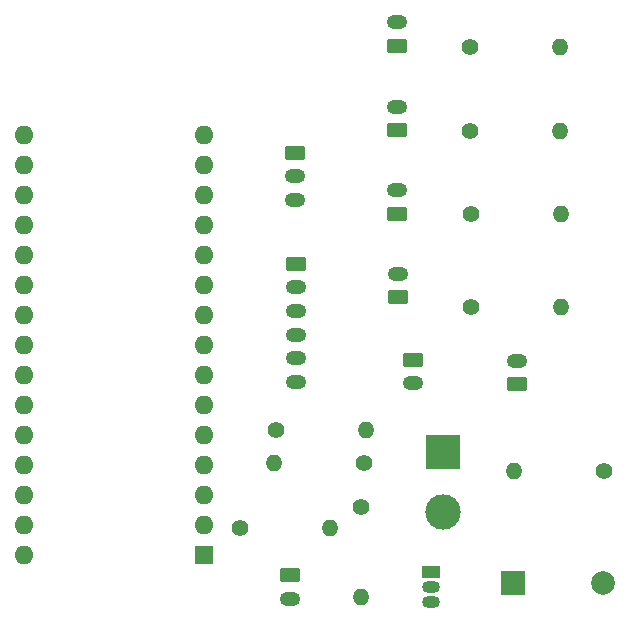
<source format=gbr>
%TF.GenerationSoftware,KiCad,Pcbnew,7.0.10*%
%TF.CreationDate,2024-06-28T17:48:14-04:00*%
%TF.ProjectId,LaserTank,4c617365-7254-4616-9e6b-2e6b69636164,rev?*%
%TF.SameCoordinates,Original*%
%TF.FileFunction,Soldermask,Top*%
%TF.FilePolarity,Negative*%
%FSLAX46Y46*%
G04 Gerber Fmt 4.6, Leading zero omitted, Abs format (unit mm)*
G04 Created by KiCad (PCBNEW 7.0.10) date 2024-06-28 17:48:14*
%MOMM*%
%LPD*%
G01*
G04 APERTURE LIST*
G04 Aperture macros list*
%AMRoundRect*
0 Rectangle with rounded corners*
0 $1 Rounding radius*
0 $2 $3 $4 $5 $6 $7 $8 $9 X,Y pos of 4 corners*
0 Add a 4 corners polygon primitive as box body*
4,1,4,$2,$3,$4,$5,$6,$7,$8,$9,$2,$3,0*
0 Add four circle primitives for the rounded corners*
1,1,$1+$1,$2,$3*
1,1,$1+$1,$4,$5*
1,1,$1+$1,$6,$7*
1,1,$1+$1,$8,$9*
0 Add four rect primitives between the rounded corners*
20,1,$1+$1,$2,$3,$4,$5,0*
20,1,$1+$1,$4,$5,$6,$7,0*
20,1,$1+$1,$6,$7,$8,$9,0*
20,1,$1+$1,$8,$9,$2,$3,0*%
G04 Aperture macros list end*
%ADD10O,1.750000X1.200000*%
%ADD11RoundRect,0.250000X0.625000X-0.350000X0.625000X0.350000X-0.625000X0.350000X-0.625000X-0.350000X0*%
%ADD12C,3.000000*%
%ADD13R,3.000000X3.000000*%
%ADD14O,1.500000X1.050000*%
%ADD15R,1.500000X1.050000*%
%ADD16C,1.400000*%
%ADD17O,1.400000X1.400000*%
%ADD18RoundRect,0.250000X-0.625000X0.350000X-0.625000X-0.350000X0.625000X-0.350000X0.625000X0.350000X0*%
%ADD19R,2.000000X2.000000*%
%ADD20C,2.000000*%
%ADD21R,1.600000X1.600000*%
%ADD22O,1.600000X1.600000*%
G04 APERTURE END LIST*
D10*
%TO.C,J1*%
X139120000Y-100300000D03*
D11*
X139120000Y-102300000D03*
%TD*%
D12*
%TO.C,J11*%
X142930000Y-120430000D03*
D13*
X142930000Y-115350000D03*
%TD*%
D11*
%TO.C,J17*%
X149230000Y-109640000D03*
D10*
X149230000Y-107640000D03*
%TD*%
D14*
%TO.C,Q1*%
X141990000Y-128080000D03*
X141990000Y-126810000D03*
D15*
X141990000Y-125540000D03*
%TD*%
D16*
%TO.C,R5*%
X145340000Y-103140000D03*
D17*
X152960000Y-103140000D03*
%TD*%
D16*
%TO.C,R1*%
X125800000Y-121820000D03*
D17*
X133420000Y-121820000D03*
%TD*%
D10*
%TO.C,J9*%
X130010000Y-127810000D03*
D18*
X130010000Y-125810000D03*
%TD*%
D10*
%TO.C,J13*%
X140400000Y-109580000D03*
D18*
X140400000Y-107580000D03*
%TD*%
%TO.C,J15*%
X130500000Y-99440000D03*
D10*
X130500000Y-101440000D03*
X130500000Y-103440000D03*
X130500000Y-105440000D03*
X130500000Y-107440000D03*
X130500000Y-109440000D03*
%TD*%
%TO.C,J16*%
X130470000Y-94050000D03*
X130470000Y-92050000D03*
D18*
X130470000Y-90050000D03*
%TD*%
D17*
%TO.C,R4*%
X136480000Y-113480000D03*
D16*
X128860000Y-113480000D03*
%TD*%
D17*
%TO.C,R9*%
X149020000Y-117000000D03*
D16*
X156640000Y-117000000D03*
%TD*%
D19*
%TO.C,LS1*%
X148900000Y-126510000D03*
D20*
X156500000Y-126510000D03*
%TD*%
D17*
%TO.C,R2*%
X136000000Y-127620000D03*
D16*
X136000000Y-120000000D03*
%TD*%
D17*
%TO.C,R6*%
X152930000Y-95200000D03*
D16*
X145310000Y-95200000D03*
%TD*%
D11*
%TO.C,J7*%
X139040000Y-80970000D03*
D10*
X139040000Y-78970000D03*
%TD*%
D21*
%TO.C,A1*%
X122770000Y-124120000D03*
D22*
X122770000Y-121580000D03*
X122770000Y-119040000D03*
X122770000Y-116500000D03*
X122770000Y-113960000D03*
X122770000Y-111420000D03*
X122770000Y-108880000D03*
X122770000Y-106340000D03*
X122770000Y-103800000D03*
X122770000Y-101260000D03*
X122770000Y-98720000D03*
X122770000Y-96180000D03*
X122770000Y-93640000D03*
X122770000Y-91100000D03*
X122770000Y-88560000D03*
X107530000Y-88560000D03*
X107530000Y-91100000D03*
X107530000Y-93640000D03*
X107530000Y-96180000D03*
X107530000Y-98720000D03*
X107530000Y-101260000D03*
X107530000Y-103800000D03*
X107530000Y-106340000D03*
X107530000Y-108880000D03*
X107530000Y-111420000D03*
X107530000Y-113960000D03*
X107530000Y-116500000D03*
X107530000Y-119040000D03*
X107530000Y-121580000D03*
X107530000Y-124120000D03*
%TD*%
D17*
%TO.C,R7*%
X152910000Y-88200000D03*
D16*
X145290000Y-88200000D03*
%TD*%
D17*
%TO.C,R3*%
X128690000Y-116330000D03*
D16*
X136310000Y-116330000D03*
%TD*%
D10*
%TO.C,J3*%
X139080000Y-93240000D03*
D11*
X139080000Y-95240000D03*
%TD*%
D10*
%TO.C,J5*%
X139040000Y-86150000D03*
D11*
X139040000Y-88150000D03*
%TD*%
D17*
%TO.C,R8*%
X152850000Y-81070000D03*
D16*
X145230000Y-81070000D03*
%TD*%
M02*

</source>
